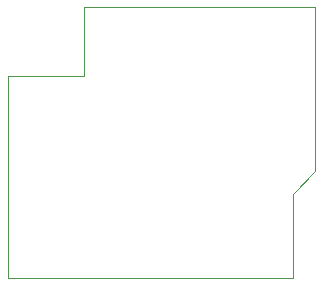
<source format=gbr>
%TF.GenerationSoftware,KiCad,Pcbnew,(5.1.10)-1*%
%TF.CreationDate,2021-10-31T22:14:32-07:00*%
%TF.ProjectId,touch_sensor_fp_board,746f7563-685f-4736-956e-736f725f6670,v1.4*%
%TF.SameCoordinates,Original*%
%TF.FileFunction,Profile,NP*%
%FSLAX46Y46*%
G04 Gerber Fmt 4.6, Leading zero omitted, Abs format (unit mm)*
G04 Created by KiCad (PCBNEW (5.1.10)-1) date 2021-10-31 22:14:32*
%MOMM*%
%LPD*%
G01*
G04 APERTURE LIST*
%TA.AperFunction,Profile*%
%ADD10C,0.050000*%
%TD*%
G04 APERTURE END LIST*
D10*
X183625000Y-65500000D02*
X164000000Y-65500000D01*
X183625000Y-79400000D02*
X183625000Y-65500000D01*
X181725000Y-81300000D02*
X183625000Y-79400000D01*
X181725000Y-88425000D02*
X181725000Y-81300000D01*
X157600000Y-88425000D02*
X181725000Y-88425000D01*
X157600000Y-71325000D02*
X157600000Y-88425000D01*
X164000000Y-71325000D02*
X157600000Y-71325000D01*
X164000000Y-65500000D02*
X164000000Y-71325000D01*
X164250000Y-65500000D02*
X164000000Y-65500000D01*
M02*

</source>
